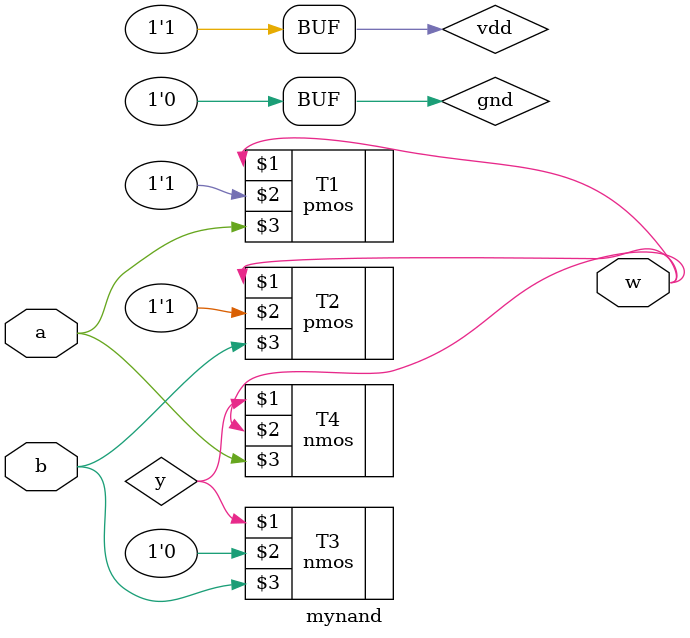
<source format=v>
module mynand(input a,b,output w);
	supply1 vdd;
	supply0 gnd;
	wire y;
	pmos #(4,6,8) T1(w,vdd,a);
	pmos #(4,6,8) T2(w,vdd,b);
	nmos #(3,5,7) T3(y,gnd,b);
	nmos #(3,5,7) T4(y,w,a);
endmodule
</source>
